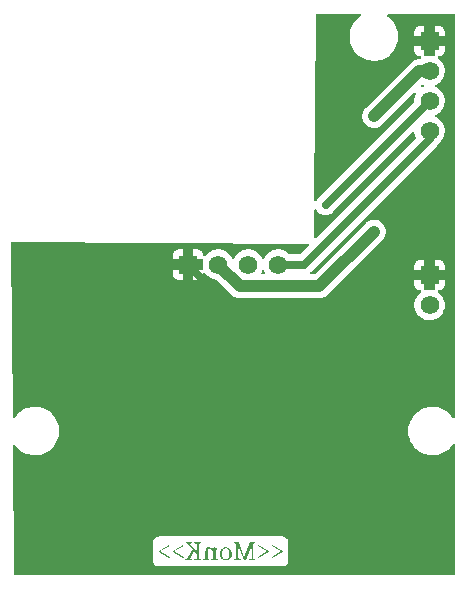
<source format=gbl>
G04 Layer: BottomLayer*
G04 EasyEDA v6.5.51, 2025-12-10 14:07:42*
G04 f7da798ecd6947b8b5cd26341a0ba6d3,f920225d1fc94cab822a7ee7b834fcf3,10*
G04 Gerber Generator version 0.2*
G04 Scale: 100 percent, Rotated: No, Reflected: No *
G04 Dimensions in millimeters *
G04 leading zeros omitted , absolute positions ,4 integer and 5 decimal *
%FSLAX45Y45*%
%MOMM*%

%AMMACRO1*21,1,$1,$2,0,0,$3*%
%ADD10C,1.0000*%
%ADD11C,0.7000*%
%ADD12MACRO1,1.5748X1.5748X-90.0000*%
%ADD13C,1.5748*%
%ADD14MACRO1,1.5748X1.5748X0.0000*%
%ADD15R,1.5748X1.5748*%
%ADD16R,0.0146X1.5748*%
%ADD17C,0.7000*%

%LPD*%
G36*
X3596436Y-647141D02*
G01*
X3592525Y-646430D01*
X3589172Y-644245D01*
X3586886Y-640943D01*
X3586073Y-637032D01*
X3586835Y-633120D01*
X3589070Y-629767D01*
X3591712Y-627126D01*
X3595268Y-624789D01*
X3599484Y-624179D01*
X3603548Y-625246D01*
X3608120Y-628396D01*
X3610051Y-631647D01*
X3610610Y-635406D01*
X3609797Y-639114D01*
X3607663Y-642264D01*
X3604564Y-644398D01*
X3600348Y-646277D01*
G37*

%LPD*%
G36*
X2690520Y-1923237D02*
G01*
X2686659Y-1922424D01*
X2683357Y-1920239D01*
X2681173Y-1916887D01*
X2680411Y-1913026D01*
X2681884Y-1686306D01*
X2682849Y-1682038D01*
X2685542Y-1678533D01*
X2689504Y-1676552D01*
X2693873Y-1676400D01*
X2697937Y-1678076D01*
X2700883Y-1681327D01*
X2705150Y-1688846D01*
X2708605Y-1693824D01*
X2712415Y-1698548D01*
X2716580Y-1703019D01*
X2721051Y-1707184D01*
X2725775Y-1710994D01*
X2730804Y-1714500D01*
X2736037Y-1717598D01*
X2741523Y-1720342D01*
X2747162Y-1722678D01*
X2752953Y-1724609D01*
X2758846Y-1726133D01*
X2764840Y-1727200D01*
X2770936Y-1727860D01*
X2777032Y-1728063D01*
X2783128Y-1727860D01*
X2789224Y-1727200D01*
X2795219Y-1726133D01*
X2801112Y-1724609D01*
X2806903Y-1722678D01*
X2812542Y-1720342D01*
X2818028Y-1717598D01*
X2823260Y-1714500D01*
X2828290Y-1710994D01*
X2833014Y-1707184D01*
X2837637Y-1702917D01*
X3512565Y-1027937D01*
X3516325Y-1025601D01*
X3520744Y-1025042D01*
X3524961Y-1026414D01*
X3528212Y-1029512D01*
X3529787Y-1033627D01*
X3531158Y-1042619D01*
X3535172Y-1057402D01*
X3539998Y-1069238D01*
X3540709Y-1073099D01*
X3539947Y-1076960D01*
X3537762Y-1080262D01*
X2697734Y-1920239D01*
X2694432Y-1922475D01*
G37*

%LPD*%
G36*
X2238756Y-2230628D02*
G01*
X2234590Y-2229713D01*
X2231136Y-2227224D01*
X2229053Y-2223516D01*
X2228646Y-2219299D01*
X2229967Y-2215286D01*
X2235860Y-2205329D01*
X2238502Y-2199335D01*
X2240635Y-2196236D01*
X2243785Y-2194102D01*
X2247493Y-2193290D01*
X2251252Y-2193848D01*
X2254504Y-2195779D01*
X2256840Y-2198776D01*
X2263648Y-2212035D01*
X2265476Y-2214778D01*
X2267102Y-2218842D01*
X2266848Y-2223160D01*
X2264765Y-2227021D01*
X2261311Y-2229662D01*
X2257044Y-2230628D01*
G37*

%LPD*%
G36*
X150063Y-4774692D02*
G01*
X146202Y-4773930D01*
X142900Y-4771745D01*
X140665Y-4768494D01*
X139903Y-4764633D01*
X130302Y-3678936D01*
X131165Y-3674668D01*
X133705Y-3671214D01*
X137515Y-3669131D01*
X141782Y-3668776D01*
X145846Y-3670249D01*
X148945Y-3673246D01*
X151231Y-3676802D01*
X163677Y-3692245D01*
X177546Y-3706469D01*
X192735Y-3719271D01*
X209092Y-3730548D01*
X226415Y-3740200D01*
X244652Y-3748125D01*
X263499Y-3754272D01*
X282905Y-3758539D01*
X302615Y-3760978D01*
X322478Y-3761435D01*
X342290Y-3760012D01*
X361848Y-3756660D01*
X381000Y-3751427D01*
X399592Y-3744417D01*
X417372Y-3735578D01*
X434238Y-3725113D01*
X450037Y-3713073D01*
X464566Y-3699560D01*
X477723Y-3684676D01*
X489407Y-3668623D01*
X499465Y-3651504D01*
X507847Y-3633470D01*
X514400Y-3614775D01*
X519176Y-3595471D01*
X522020Y-3575812D01*
X522985Y-3556000D01*
X522020Y-3536187D01*
X519176Y-3516528D01*
X514400Y-3497224D01*
X507847Y-3478529D01*
X499465Y-3460496D01*
X489407Y-3443376D01*
X477723Y-3427323D01*
X464566Y-3412439D01*
X450037Y-3398926D01*
X434238Y-3386886D01*
X417372Y-3376422D01*
X399592Y-3367582D01*
X381000Y-3360572D01*
X361848Y-3355340D01*
X342290Y-3351987D01*
X322478Y-3350564D01*
X302615Y-3351022D01*
X282905Y-3353460D01*
X263499Y-3357727D01*
X244652Y-3363874D01*
X226415Y-3371799D01*
X209092Y-3381451D01*
X192735Y-3392728D01*
X177546Y-3405530D01*
X163677Y-3419754D01*
X151231Y-3435197D01*
X146812Y-3442004D01*
X143764Y-3445001D01*
X139700Y-3446526D01*
X135432Y-3446170D01*
X131673Y-3444138D01*
X129082Y-3440734D01*
X128117Y-3436518D01*
X115112Y-1966722D01*
X115874Y-1962810D01*
X118110Y-1959457D01*
X121412Y-1957273D01*
X125323Y-1956511D01*
X2624683Y-1968855D01*
X2628544Y-1969668D01*
X2631795Y-1971852D01*
X2634030Y-1975154D01*
X2634792Y-1979015D01*
X2633980Y-1982927D01*
X2631795Y-1986229D01*
X2560167Y-2057806D01*
X2556865Y-2060041D01*
X2553004Y-2060803D01*
X2475992Y-2060803D01*
X2472029Y-2059990D01*
X2468676Y-2057704D01*
X2462123Y-2050948D01*
X2450236Y-2041296D01*
X2437282Y-2033117D01*
X2423464Y-2026564D01*
X2408986Y-2021636D01*
X2394000Y-2018487D01*
X2378710Y-2017115D01*
X2363419Y-2017572D01*
X2348280Y-2019858D01*
X2333498Y-2023872D01*
X2319324Y-2029612D01*
X2305913Y-2037029D01*
X2293467Y-2045970D01*
X2282190Y-2056282D01*
X2272182Y-2067864D01*
X2263648Y-2080564D01*
X2256840Y-2093823D01*
X2254504Y-2096820D01*
X2251252Y-2098751D01*
X2247493Y-2099310D01*
X2243785Y-2098497D01*
X2240635Y-2096363D01*
X2238502Y-2093264D01*
X2235860Y-2087270D01*
X2228088Y-2074113D01*
X2218791Y-2061921D01*
X2208123Y-2050948D01*
X2196236Y-2041296D01*
X2183282Y-2033117D01*
X2169464Y-2026564D01*
X2154986Y-2021636D01*
X2140000Y-2018487D01*
X2124710Y-2017115D01*
X2109419Y-2017572D01*
X2094280Y-2019858D01*
X2079498Y-2023872D01*
X2065324Y-2029612D01*
X2051913Y-2037029D01*
X2039467Y-2045970D01*
X2028189Y-2056282D01*
X2018182Y-2067864D01*
X2009648Y-2080564D01*
X2002840Y-2093823D01*
X2000504Y-2096820D01*
X1997252Y-2098751D01*
X1993493Y-2099310D01*
X1989785Y-2098497D01*
X1986635Y-2096363D01*
X1984502Y-2093264D01*
X1981860Y-2087270D01*
X1974088Y-2074113D01*
X1964791Y-2061921D01*
X1954123Y-2050948D01*
X1942236Y-2041296D01*
X1929282Y-2033117D01*
X1915464Y-2026564D01*
X1900986Y-2021636D01*
X1886000Y-2018487D01*
X1870710Y-2017115D01*
X1855419Y-2017572D01*
X1840280Y-2019858D01*
X1825498Y-2023872D01*
X1811324Y-2029612D01*
X1797913Y-2037029D01*
X1785467Y-2045970D01*
X1774189Y-2056282D01*
X1764182Y-2067864D01*
X1760728Y-2073046D01*
X1757730Y-2075942D01*
X1753870Y-2077364D01*
X1749755Y-2077212D01*
X1746046Y-2075383D01*
X1743354Y-2072182D01*
X1742186Y-2068220D01*
X1741322Y-2058771D01*
X1739087Y-2050288D01*
X1735328Y-2042312D01*
X1730298Y-2035098D01*
X1724101Y-2028901D01*
X1716887Y-2023872D01*
X1708912Y-2020112D01*
X1700428Y-2017877D01*
X1691182Y-2017064D01*
X1658620Y-2017064D01*
X1658620Y-2100580D01*
X1732330Y-2100580D01*
X1735937Y-2101240D01*
X1739036Y-2103120D01*
X1741322Y-2106015D01*
X1742389Y-2109470D01*
X1742186Y-2113127D01*
X1739696Y-2123440D01*
X1737918Y-2138629D01*
X1737918Y-2153970D01*
X1739696Y-2169160D01*
X1742186Y-2179472D01*
X1742389Y-2183130D01*
X1741322Y-2186584D01*
X1739036Y-2189480D01*
X1735937Y-2191359D01*
X1732330Y-2192020D01*
X1658620Y-2192020D01*
X1658620Y-2275535D01*
X1691182Y-2275535D01*
X1700428Y-2274722D01*
X1708912Y-2272487D01*
X1716887Y-2268728D01*
X1724101Y-2263698D01*
X1730298Y-2257501D01*
X1735328Y-2250287D01*
X1739087Y-2242312D01*
X1741322Y-2233828D01*
X1742186Y-2224379D01*
X1743354Y-2220417D01*
X1746046Y-2217216D01*
X1749755Y-2215388D01*
X1753870Y-2215235D01*
X1757730Y-2216658D01*
X1760728Y-2219553D01*
X1764182Y-2224735D01*
X1774189Y-2236317D01*
X1785467Y-2246630D01*
X1797913Y-2255570D01*
X1811324Y-2262987D01*
X1825498Y-2268728D01*
X1840280Y-2272741D01*
X1849831Y-2274163D01*
X1852879Y-2275179D01*
X1855520Y-2277059D01*
X1980387Y-2401925D01*
X1990547Y-2410815D01*
X2001469Y-2418130D01*
X2013254Y-2423972D01*
X2025700Y-2428189D01*
X2038604Y-2430729D01*
X2052066Y-2431643D01*
X2723134Y-2431643D01*
X2736596Y-2430729D01*
X2749499Y-2428189D01*
X2761945Y-2423972D01*
X2773730Y-2418130D01*
X2784652Y-2410815D01*
X2794812Y-2401925D01*
X3258515Y-1938223D01*
X3267456Y-1928063D01*
X3274161Y-1918157D01*
X3280206Y-1906117D01*
X3284626Y-1893468D01*
X3287268Y-1880311D01*
X3288182Y-1866900D01*
X3287318Y-1853793D01*
X3284778Y-1840890D01*
X3280511Y-1828444D01*
X3274720Y-1816709D01*
X3266541Y-1804619D01*
X3257550Y-1794662D01*
X3247288Y-1786026D01*
X3235960Y-1778762D01*
X3224022Y-1773174D01*
X3211169Y-1769160D01*
X3200654Y-1767230D01*
X3197910Y-1766925D01*
X3187547Y-1766417D01*
X3184499Y-1766468D01*
X3174441Y-1767281D01*
X3171139Y-1767789D01*
X3161538Y-1769872D01*
X3158032Y-1770888D01*
X3149142Y-1774088D01*
X3145485Y-1775663D01*
X3137357Y-1779930D01*
X3133699Y-1782114D01*
X3126435Y-1787245D01*
X3122879Y-1790090D01*
X3116478Y-1795983D01*
X2684830Y-2227630D01*
X2681528Y-2229815D01*
X2677668Y-2230628D01*
X2652979Y-2230628D01*
X2648915Y-2229764D01*
X2645562Y-2227376D01*
X2643428Y-2223820D01*
X2642870Y-2219706D01*
X2643987Y-2215743D01*
X2646629Y-2212543D01*
X2653233Y-2206650D01*
X3717950Y-1141933D01*
X3722217Y-1137310D01*
X3726027Y-1132586D01*
X3729431Y-1127709D01*
X3731666Y-1123899D01*
X3735578Y-1119124D01*
X3747617Y-1108710D01*
X3757929Y-1097432D01*
X3766870Y-1084986D01*
X3774287Y-1071575D01*
X3780028Y-1057402D01*
X3784041Y-1042619D01*
X3786327Y-1027480D01*
X3786784Y-1012190D01*
X3785412Y-996899D01*
X3782263Y-981913D01*
X3777335Y-967435D01*
X3770782Y-953617D01*
X3762603Y-940663D01*
X3752951Y-928776D01*
X3741978Y-918108D01*
X3729786Y-908812D01*
X3716629Y-901039D01*
X3710635Y-898398D01*
X3707536Y-896264D01*
X3705402Y-893114D01*
X3704590Y-889406D01*
X3705148Y-885647D01*
X3707079Y-882396D01*
X3710076Y-880059D01*
X3723335Y-873252D01*
X3736035Y-864717D01*
X3747617Y-854710D01*
X3757929Y-843432D01*
X3766870Y-830986D01*
X3774287Y-817575D01*
X3780028Y-803402D01*
X3784041Y-788619D01*
X3786327Y-773480D01*
X3786784Y-758190D01*
X3785412Y-742899D01*
X3782263Y-727913D01*
X3777335Y-713435D01*
X3770782Y-699617D01*
X3762603Y-686663D01*
X3752951Y-674776D01*
X3741978Y-664108D01*
X3729786Y-654812D01*
X3716629Y-647039D01*
X3710635Y-644398D01*
X3707536Y-642264D01*
X3705402Y-639114D01*
X3704590Y-635406D01*
X3705148Y-631647D01*
X3707079Y-628396D01*
X3710076Y-626059D01*
X3723335Y-619252D01*
X3736035Y-610717D01*
X3747617Y-600710D01*
X3757929Y-589432D01*
X3766870Y-576986D01*
X3774287Y-563575D01*
X3780028Y-549402D01*
X3784041Y-534619D01*
X3786327Y-519480D01*
X3786784Y-504190D01*
X3785412Y-488899D01*
X3782263Y-473913D01*
X3777335Y-459435D01*
X3770782Y-445617D01*
X3762603Y-432663D01*
X3752951Y-420776D01*
X3741978Y-410108D01*
X3730599Y-401421D01*
X3727958Y-398424D01*
X3726687Y-394563D01*
X3727043Y-390550D01*
X3728923Y-386943D01*
X3732022Y-384403D01*
X3735882Y-383235D01*
X3745128Y-382422D01*
X3753612Y-380187D01*
X3761587Y-376428D01*
X3768801Y-371398D01*
X3774998Y-365201D01*
X3780028Y-357987D01*
X3783787Y-350012D01*
X3786022Y-341528D01*
X3786835Y-332282D01*
X3786835Y-299720D01*
X3703320Y-299720D01*
X3703320Y-373329D01*
X3702608Y-377037D01*
X3700627Y-380238D01*
X3697579Y-382473D01*
X3693922Y-383489D01*
X3690213Y-383082D01*
X3687978Y-382371D01*
X3672890Y-379679D01*
X3657600Y-378764D01*
X3642309Y-379679D01*
X3627221Y-382371D01*
X3624986Y-383082D01*
X3621278Y-383489D01*
X3617620Y-382473D01*
X3614572Y-380238D01*
X3612591Y-377037D01*
X3611879Y-373329D01*
X3611879Y-299720D01*
X3528364Y-299720D01*
X3528364Y-332282D01*
X3529177Y-341528D01*
X3531412Y-350012D01*
X3535172Y-357987D01*
X3540201Y-365201D01*
X3546398Y-371398D01*
X3553612Y-376428D01*
X3561587Y-380187D01*
X3570071Y-382422D01*
X3579317Y-383235D01*
X3583178Y-384403D01*
X3586276Y-386943D01*
X3588156Y-390550D01*
X3588512Y-394563D01*
X3587242Y-398424D01*
X3584600Y-401421D01*
X3579368Y-405384D01*
X3576472Y-406958D01*
X3573221Y-407517D01*
X3569055Y-407517D01*
X3555593Y-408381D01*
X3542690Y-410921D01*
X3530244Y-415188D01*
X3518458Y-420979D01*
X3507536Y-428294D01*
X3497376Y-437184D01*
X3116732Y-817829D01*
X3113227Y-821537D01*
X3107944Y-827887D01*
X3104896Y-832053D01*
X3100628Y-838809D01*
X3098038Y-843635D01*
X3094837Y-850595D01*
X3092754Y-855980D01*
X3090621Y-862990D01*
X3089198Y-868984D01*
X3088081Y-875893D01*
X3087420Y-882294D01*
X3087217Y-889000D01*
X3087420Y-895705D01*
X3088081Y-902106D01*
X3089198Y-909015D01*
X3090621Y-915009D01*
X3092754Y-922019D01*
X3094837Y-927404D01*
X3098038Y-934364D01*
X3100628Y-939190D01*
X3104896Y-945946D01*
X3107944Y-950112D01*
X3113227Y-956462D01*
X3116580Y-960018D01*
X3122879Y-965809D01*
X3126435Y-968654D01*
X3133699Y-973785D01*
X3137357Y-975969D01*
X3145485Y-980236D01*
X3149142Y-981811D01*
X3158032Y-985012D01*
X3161538Y-986028D01*
X3171139Y-988110D01*
X3174441Y-988618D01*
X3184499Y-989431D01*
X3187547Y-989482D01*
X3197910Y-988974D01*
X3200654Y-988669D01*
X3211169Y-986739D01*
X3213455Y-986129D01*
X3226155Y-981862D01*
X3237941Y-976020D01*
X3248863Y-968705D01*
X3259023Y-959815D01*
X3525621Y-693216D01*
X3528974Y-690981D01*
X3532936Y-690270D01*
X3536899Y-691134D01*
X3540201Y-693470D01*
X3542334Y-696874D01*
X3542944Y-700887D01*
X3541979Y-704799D01*
X3537864Y-713435D01*
X3532936Y-727913D01*
X3529787Y-742899D01*
X3528415Y-758190D01*
X3528669Y-765505D01*
X3527907Y-769569D01*
X3525672Y-773023D01*
X2716682Y-1581962D01*
X2712415Y-1586585D01*
X2708605Y-1591310D01*
X2705150Y-1596288D01*
X2701391Y-1602689D01*
X2698445Y-1605940D01*
X2694330Y-1607616D01*
X2689961Y-1607413D01*
X2686050Y-1605330D01*
X2683408Y-1601825D01*
X2682443Y-1597507D01*
X2692654Y-36017D01*
X2693466Y-32156D01*
X2695651Y-28854D01*
X2698953Y-26670D01*
X2702814Y-25908D01*
X3069031Y-25908D01*
X3073196Y-26822D01*
X3076600Y-29311D01*
X3078734Y-33070D01*
X3079089Y-37287D01*
X3077718Y-41300D01*
X3074771Y-44450D01*
X3062935Y-52628D01*
X3047746Y-65430D01*
X3033877Y-79654D01*
X3021431Y-95097D01*
X3010560Y-111709D01*
X3001314Y-129285D01*
X2993847Y-147675D01*
X2988157Y-166725D01*
X2984347Y-186232D01*
X2982468Y-205994D01*
X2982468Y-225806D01*
X2984347Y-245567D01*
X2988157Y-265074D01*
X2993847Y-284124D01*
X3001314Y-302514D01*
X3010560Y-320090D01*
X3021431Y-336702D01*
X3033877Y-352145D01*
X3047746Y-366369D01*
X3062935Y-379171D01*
X3079292Y-390448D01*
X3096615Y-400100D01*
X3114852Y-408025D01*
X3133699Y-414172D01*
X3153105Y-418439D01*
X3172815Y-420878D01*
X3192678Y-421335D01*
X3212490Y-419912D01*
X3232048Y-416559D01*
X3251200Y-411327D01*
X3269792Y-404317D01*
X3287572Y-395478D01*
X3304438Y-385013D01*
X3320237Y-372973D01*
X3334765Y-359460D01*
X3347923Y-344576D01*
X3359607Y-328523D01*
X3369665Y-311404D01*
X3378047Y-293370D01*
X3384600Y-274675D01*
X3389376Y-255371D01*
X3392220Y-235712D01*
X3393186Y-215900D01*
X3392220Y-196088D01*
X3389376Y-176428D01*
X3384600Y-157124D01*
X3378047Y-138430D01*
X3369665Y-120396D01*
X3359607Y-103276D01*
X3347923Y-87223D01*
X3334765Y-72339D01*
X3320237Y-58826D01*
X3304438Y-46786D01*
X3301085Y-44704D01*
X3297986Y-41656D01*
X3296412Y-37592D01*
X3296665Y-33274D01*
X3298748Y-29464D01*
X3302203Y-26822D01*
X3306470Y-25908D01*
X3862832Y-25908D01*
X3866743Y-26670D01*
X3869994Y-28905D01*
X3872229Y-32156D01*
X3872992Y-36068D01*
X3872992Y-3437026D01*
X3872128Y-3441141D01*
X3869639Y-3444595D01*
X3865981Y-3446678D01*
X3861765Y-3447135D01*
X3857751Y-3445814D01*
X3854602Y-3443020D01*
X3843223Y-3427323D01*
X3830065Y-3412439D01*
X3815537Y-3398926D01*
X3799738Y-3386886D01*
X3782872Y-3376422D01*
X3765092Y-3367582D01*
X3746500Y-3360572D01*
X3727348Y-3355340D01*
X3707790Y-3351987D01*
X3687978Y-3350564D01*
X3668115Y-3351022D01*
X3648405Y-3353460D01*
X3628999Y-3357727D01*
X3610152Y-3363874D01*
X3591915Y-3371799D01*
X3574592Y-3381451D01*
X3558235Y-3392728D01*
X3543046Y-3405530D01*
X3529177Y-3419754D01*
X3516731Y-3435197D01*
X3505860Y-3451809D01*
X3496614Y-3469386D01*
X3489147Y-3487775D01*
X3483457Y-3506825D01*
X3479647Y-3526332D01*
X3477768Y-3546094D01*
X3477768Y-3565906D01*
X3479647Y-3585667D01*
X3483457Y-3605174D01*
X3489147Y-3624224D01*
X3496614Y-3642614D01*
X3505860Y-3660190D01*
X3516731Y-3676802D01*
X3529177Y-3692245D01*
X3543046Y-3706469D01*
X3558235Y-3719271D01*
X3574592Y-3730548D01*
X3591915Y-3740200D01*
X3610152Y-3748125D01*
X3628999Y-3754272D01*
X3648405Y-3758539D01*
X3668115Y-3760978D01*
X3687978Y-3761435D01*
X3707790Y-3760012D01*
X3727348Y-3756660D01*
X3746500Y-3751427D01*
X3765092Y-3744417D01*
X3782872Y-3735578D01*
X3799738Y-3725113D01*
X3815537Y-3713073D01*
X3830065Y-3699560D01*
X3843223Y-3684676D01*
X3854602Y-3668979D01*
X3857751Y-3666185D01*
X3861765Y-3664864D01*
X3865981Y-3665321D01*
X3869639Y-3667404D01*
X3872128Y-3670858D01*
X3872992Y-3674973D01*
X3872992Y-4764532D01*
X3872229Y-4768443D01*
X3869994Y-4771694D01*
X3866743Y-4773930D01*
X3862832Y-4774692D01*
G37*

%LPC*%
G36*
X1365199Y-4701489D02*
G01*
X2412542Y-4701489D01*
X2421788Y-4700676D01*
X2430272Y-4698441D01*
X2438247Y-4694682D01*
X2445461Y-4689652D01*
X2451658Y-4683455D01*
X2456688Y-4676241D01*
X2460447Y-4668266D01*
X2462682Y-4659782D01*
X2463495Y-4650536D01*
X2463495Y-4499813D01*
X2462682Y-4490567D01*
X2460447Y-4482084D01*
X2456688Y-4474108D01*
X2451658Y-4466894D01*
X2445461Y-4460697D01*
X2438247Y-4455668D01*
X2430272Y-4451908D01*
X2421788Y-4449673D01*
X2412542Y-4448860D01*
X1365199Y-4448860D01*
X1355953Y-4449673D01*
X1347470Y-4451908D01*
X1339494Y-4455668D01*
X1332280Y-4460697D01*
X1326083Y-4466894D01*
X1321054Y-4474108D01*
X1317294Y-4482084D01*
X1315059Y-4490567D01*
X1314246Y-4499813D01*
X1314246Y-4650536D01*
X1315059Y-4659782D01*
X1317294Y-4668266D01*
X1321054Y-4676241D01*
X1326083Y-4683455D01*
X1332280Y-4689652D01*
X1339494Y-4694682D01*
X1347470Y-4698441D01*
X1355953Y-4700676D01*
G37*
G36*
X3653790Y-2618384D02*
G01*
X3669080Y-2617927D01*
X3684219Y-2615641D01*
X3699001Y-2611628D01*
X3713175Y-2605887D01*
X3726586Y-2598470D01*
X3739032Y-2589530D01*
X3750310Y-2579217D01*
X3760317Y-2567635D01*
X3768851Y-2554935D01*
X3775862Y-2541320D01*
X3781196Y-2526944D01*
X3784803Y-2512060D01*
X3786581Y-2496870D01*
X3786581Y-2481529D01*
X3784803Y-2466340D01*
X3781196Y-2451455D01*
X3775862Y-2437079D01*
X3768851Y-2423464D01*
X3760317Y-2410764D01*
X3750310Y-2399182D01*
X3739032Y-2388870D01*
X3730650Y-2382824D01*
X3727856Y-2379827D01*
X3726535Y-2375966D01*
X3726789Y-2371902D01*
X3728618Y-2368245D01*
X3731768Y-2365654D01*
X3735679Y-2364486D01*
X3745128Y-2363622D01*
X3753612Y-2361387D01*
X3761587Y-2357628D01*
X3768801Y-2352598D01*
X3774998Y-2346401D01*
X3780028Y-2339187D01*
X3783787Y-2331212D01*
X3786022Y-2322728D01*
X3786835Y-2313482D01*
X3786835Y-2280920D01*
X3703320Y-2280920D01*
X3703320Y-2354630D01*
X3702659Y-2358288D01*
X3700678Y-2361488D01*
X3697732Y-2363724D01*
X3694176Y-2364740D01*
X3690467Y-2364435D01*
X3684219Y-2362758D01*
X3669080Y-2360472D01*
X3653790Y-2360015D01*
X3638499Y-2361387D01*
X3624122Y-2364435D01*
X3619652Y-2364333D01*
X3615639Y-2362352D01*
X3612845Y-2358847D01*
X3611879Y-2354478D01*
X3611879Y-2280920D01*
X3528364Y-2280920D01*
X3528364Y-2313482D01*
X3529177Y-2322728D01*
X3531412Y-2331212D01*
X3535172Y-2339187D01*
X3540201Y-2346401D01*
X3546398Y-2352598D01*
X3553612Y-2357628D01*
X3561587Y-2361387D01*
X3570071Y-2363622D01*
X3579368Y-2364435D01*
X3583381Y-2365654D01*
X3586530Y-2368397D01*
X3588359Y-2372156D01*
X3588461Y-2376373D01*
X3586886Y-2380234D01*
X3583889Y-2383180D01*
X3582263Y-2384196D01*
X3570376Y-2393848D01*
X3559708Y-2404821D01*
X3550412Y-2417013D01*
X3542639Y-2430170D01*
X3536442Y-2444191D01*
X3531971Y-2458821D01*
X3529279Y-2473909D01*
X3528364Y-2489200D01*
X3529279Y-2504490D01*
X3531971Y-2519578D01*
X3536442Y-2534208D01*
X3542639Y-2548229D01*
X3550412Y-2561386D01*
X3559708Y-2573578D01*
X3570376Y-2584551D01*
X3582263Y-2594203D01*
X3595217Y-2602382D01*
X3609035Y-2608935D01*
X3623513Y-2613863D01*
X3638499Y-2617012D01*
G37*
G36*
X1534617Y-2275535D02*
G01*
X1567180Y-2275535D01*
X1567180Y-2192020D01*
X1483664Y-2192020D01*
X1483664Y-2224582D01*
X1484477Y-2233828D01*
X1486712Y-2242312D01*
X1490472Y-2250287D01*
X1495501Y-2257501D01*
X1501698Y-2263698D01*
X1508912Y-2268728D01*
X1516888Y-2272487D01*
X1525371Y-2274722D01*
G37*
G36*
X3528364Y-2189480D02*
G01*
X3611879Y-2189480D01*
X3611879Y-2105964D01*
X3579317Y-2105964D01*
X3570071Y-2106777D01*
X3561587Y-2109012D01*
X3553612Y-2112772D01*
X3546398Y-2117801D01*
X3540201Y-2123998D01*
X3535172Y-2131212D01*
X3531412Y-2139188D01*
X3529177Y-2147671D01*
X3528364Y-2156917D01*
G37*
G36*
X3703320Y-2189480D02*
G01*
X3786835Y-2189480D01*
X3786835Y-2156917D01*
X3786022Y-2147671D01*
X3783787Y-2139188D01*
X3780028Y-2131212D01*
X3774998Y-2123998D01*
X3768801Y-2117801D01*
X3761587Y-2112772D01*
X3753612Y-2109012D01*
X3745128Y-2106777D01*
X3735882Y-2105964D01*
X3703320Y-2105964D01*
G37*
G36*
X1483664Y-2100580D02*
G01*
X1567180Y-2100580D01*
X1567180Y-2017064D01*
X1534617Y-2017064D01*
X1525371Y-2017877D01*
X1516888Y-2020112D01*
X1508912Y-2023872D01*
X1501698Y-2028901D01*
X1495501Y-2035098D01*
X1490472Y-2042312D01*
X1486712Y-2050288D01*
X1484477Y-2058771D01*
X1483664Y-2068017D01*
G37*
G36*
X3528364Y-208279D02*
G01*
X3611879Y-208279D01*
X3611879Y-124764D01*
X3579317Y-124764D01*
X3570071Y-125577D01*
X3561587Y-127812D01*
X3553612Y-131572D01*
X3546398Y-136601D01*
X3540201Y-142798D01*
X3535172Y-150012D01*
X3531412Y-157988D01*
X3529177Y-166471D01*
X3528364Y-175717D01*
G37*
G36*
X3703320Y-208279D02*
G01*
X3786835Y-208279D01*
X3786835Y-175717D01*
X3786022Y-166471D01*
X3783787Y-157988D01*
X3780028Y-150012D01*
X3774998Y-142798D01*
X3768801Y-136601D01*
X3761587Y-131572D01*
X3753612Y-127812D01*
X3745128Y-125577D01*
X3735882Y-124764D01*
X3703320Y-124764D01*
G37*

%LPD*%
G36*
X1999234Y-4499356D02*
G01*
X1999234Y-4506976D01*
X2019807Y-4509262D01*
X2020265Y-4538573D01*
X2020214Y-4616094D01*
X2019807Y-4638294D01*
X1999488Y-4640580D01*
X1999488Y-4648200D01*
X2059939Y-4648200D01*
X2059939Y-4640580D01*
X2040636Y-4638294D01*
X2040229Y-4616500D01*
X2040128Y-4520184D01*
X2090166Y-4648200D01*
X2099818Y-4648200D01*
X2151888Y-4520692D01*
X2150618Y-4567174D01*
X2150618Y-4637532D01*
X2131314Y-4640580D01*
X2131314Y-4648200D01*
X2181098Y-4648200D01*
X2181098Y-4640580D01*
X2161032Y-4637532D01*
X2160778Y-4509516D01*
X2181098Y-4506976D01*
X2181098Y-4499356D01*
X2140458Y-4499356D01*
X2090166Y-4622800D01*
X2042160Y-4499356D01*
G37*
G36*
X1593088Y-4499356D02*
G01*
X1593088Y-4506976D01*
X1614170Y-4509516D01*
X1652016Y-4555490D01*
X1605788Y-4638548D01*
X1588516Y-4640580D01*
X1588516Y-4648200D01*
X1645666Y-4648200D01*
X1645666Y-4640580D01*
X1627124Y-4638294D01*
X1663954Y-4569968D01*
X1686052Y-4596638D01*
X1685950Y-4621733D01*
X1685543Y-4638040D01*
X1664716Y-4640580D01*
X1664716Y-4648200D01*
X1726946Y-4648200D01*
X1726946Y-4640580D01*
X1706118Y-4638294D01*
X1705914Y-4608931D01*
X1705914Y-4531309D01*
X1706118Y-4509262D01*
X1726946Y-4506976D01*
X1726946Y-4499356D01*
X1664462Y-4499356D01*
X1664462Y-4506976D01*
X1685543Y-4509262D01*
X1686001Y-4538573D01*
X1686052Y-4583684D01*
X1626362Y-4510024D01*
X1643888Y-4506976D01*
X1643888Y-4499356D01*
G37*
G36*
X2326386Y-4520184D02*
G01*
X2320544Y-4529836D01*
X2400554Y-4574540D01*
X2320544Y-4619752D01*
X2326386Y-4629404D01*
X2413000Y-4578858D01*
X2413000Y-4570476D01*
G37*
G36*
X2208276Y-4520184D02*
G01*
X2202688Y-4529836D01*
X2282444Y-4574540D01*
X2202688Y-4619752D01*
X2208276Y-4629404D01*
X2295144Y-4578858D01*
X2295144Y-4570476D01*
G37*
G36*
X1569720Y-4520184D02*
G01*
X1482852Y-4570476D01*
X1482852Y-4578858D01*
X1569720Y-4629404D01*
X1575054Y-4619752D01*
X1495552Y-4574540D01*
X1575054Y-4529836D01*
G37*
G36*
X1451610Y-4520184D02*
G01*
X1364742Y-4570476D01*
X1364742Y-4578858D01*
X1451610Y-4629404D01*
X1456944Y-4619752D01*
X1377442Y-4574540D01*
X1456944Y-4529836D01*
G37*
G36*
X1932939Y-4539742D02*
G01*
X1928114Y-4539945D01*
X1923288Y-4540656D01*
X1918563Y-4541723D01*
X1913991Y-4543298D01*
X1909572Y-4545279D01*
X1905304Y-4547717D01*
X1901291Y-4550613D01*
X1897583Y-4553915D01*
X1894128Y-4557623D01*
X1891030Y-4561840D01*
X1888337Y-4566412D01*
X1886000Y-4571441D01*
X1884172Y-4576927D01*
X1882749Y-4582820D01*
X1881936Y-4589119D01*
X1881632Y-4595876D01*
X1902206Y-4595876D01*
X1902460Y-4588408D01*
X1903120Y-4581601D01*
X1904288Y-4575352D01*
X1905863Y-4569714D01*
X1907895Y-4564735D01*
X1910334Y-4560366D01*
X1913178Y-4556658D01*
X1916379Y-4553610D01*
X1919986Y-4551222D01*
X1923948Y-4549495D01*
X1928266Y-4548479D01*
X1932939Y-4548124D01*
X1937664Y-4548479D01*
X1941982Y-4549495D01*
X1945995Y-4551222D01*
X1949602Y-4553610D01*
X1952802Y-4556658D01*
X1955647Y-4560366D01*
X1958035Y-4564735D01*
X1960067Y-4569714D01*
X1961642Y-4575352D01*
X1962759Y-4581601D01*
X1963420Y-4588408D01*
X1963674Y-4595876D01*
X1963420Y-4603191D01*
X1962759Y-4609896D01*
X1961642Y-4616043D01*
X1960067Y-4621530D01*
X1958035Y-4626406D01*
X1955647Y-4630674D01*
X1952802Y-4634280D01*
X1949602Y-4637278D01*
X1945995Y-4639614D01*
X1941982Y-4641291D01*
X1937664Y-4642256D01*
X1932939Y-4642612D01*
X1928266Y-4642256D01*
X1923948Y-4641291D01*
X1919986Y-4639614D01*
X1916379Y-4637278D01*
X1913178Y-4634280D01*
X1910334Y-4630674D01*
X1907895Y-4626406D01*
X1905863Y-4621530D01*
X1904288Y-4616043D01*
X1903120Y-4609896D01*
X1902460Y-4603191D01*
X1902206Y-4595876D01*
X1881632Y-4595876D01*
X1881936Y-4602530D01*
X1882749Y-4608728D01*
X1884172Y-4614519D01*
X1886000Y-4619904D01*
X1888337Y-4624882D01*
X1891030Y-4629404D01*
X1894128Y-4633468D01*
X1897583Y-4637176D01*
X1901291Y-4640376D01*
X1905304Y-4643221D01*
X1909572Y-4645558D01*
X1913991Y-4647539D01*
X1918563Y-4649063D01*
X1923288Y-4650130D01*
X1928114Y-4650790D01*
X1932939Y-4650994D01*
X1937816Y-4650790D01*
X1942642Y-4650130D01*
X1947367Y-4649063D01*
X1951939Y-4647539D01*
X1956358Y-4645558D01*
X1960575Y-4643221D01*
X1964588Y-4640376D01*
X1968296Y-4637176D01*
X1971700Y-4633468D01*
X1974748Y-4629404D01*
X1977440Y-4624882D01*
X1979675Y-4619904D01*
X1981504Y-4614519D01*
X1982876Y-4608728D01*
X1983689Y-4602530D01*
X1983993Y-4595876D01*
X1983689Y-4589170D01*
X1982876Y-4582871D01*
X1981504Y-4577029D01*
X1979675Y-4571542D01*
X1977389Y-4566513D01*
X1974646Y-4561941D01*
X1971598Y-4557725D01*
X1968195Y-4554016D01*
X1964486Y-4550664D01*
X1960473Y-4547768D01*
X1956257Y-4545330D01*
X1951837Y-4543348D01*
X1947265Y-4541774D01*
X1942592Y-4540656D01*
X1937766Y-4539945D01*
G37*
G36*
X1788160Y-4539742D02*
G01*
X1781454Y-4540300D01*
X1775663Y-4542028D01*
X1770786Y-4544974D01*
X1766773Y-4549190D01*
X1763674Y-4554728D01*
X1761489Y-4561687D01*
X1760169Y-4570171D01*
X1759712Y-4580128D01*
X1759661Y-4610252D01*
X1759204Y-4638802D01*
X1743456Y-4641342D01*
X1743456Y-4648200D01*
X1794764Y-4648200D01*
X1794764Y-4641342D01*
X1778254Y-4638802D01*
X1778000Y-4580636D01*
X1778254Y-4573727D01*
X1779016Y-4567986D01*
X1780387Y-4563313D01*
X1782267Y-4559655D01*
X1784807Y-4556963D01*
X1787956Y-4555083D01*
X1791766Y-4554067D01*
X1796288Y-4553712D01*
X1803806Y-4554524D01*
X1811324Y-4557166D01*
X1819148Y-4561738D01*
X1827530Y-4568444D01*
X1827479Y-4610100D01*
X1827022Y-4638802D01*
X1811528Y-4641342D01*
X1811528Y-4648200D01*
X1862836Y-4648200D01*
X1862836Y-4641342D01*
X1846325Y-4638802D01*
X1846072Y-4581194D01*
X1846275Y-4567123D01*
X1846580Y-4560570D01*
X1864360Y-4558792D01*
X1864360Y-4552188D01*
X1832864Y-4539996D01*
X1829816Y-4542028D01*
X1828038Y-4560316D01*
X1823618Y-4555794D01*
X1818893Y-4551730D01*
X1814017Y-4548225D01*
X1808937Y-4545279D01*
X1803806Y-4542891D01*
X1798574Y-4541164D01*
X1793341Y-4540097D01*
G37*
D10*
X3187700Y-1866900D02*
G01*
X2723489Y-2331110D01*
X2051710Y-2331110D01*
X1866900Y-2146300D01*
X3187700Y-889000D02*
G01*
X3568700Y-508000D01*
X3657600Y-508000D01*
D11*
X3657600Y-762000D02*
G01*
X2777032Y-1642567D01*
X3657600Y-2235200D02*
G01*
X3493795Y-2235200D01*
X3493795Y-2235200D02*
G01*
X3259963Y-2469032D01*
X1935632Y-2469032D01*
X1612900Y-2146300D01*
X2374900Y-2146300D02*
G01*
X2592628Y-2146300D01*
X3657600Y-1081328D01*
X3657600Y-1016000D01*
D12*
G01*
X3657600Y-254000D03*
D13*
G01*
X3657600Y-508000D03*
G01*
X3657600Y-762000D03*
G01*
X3657600Y-1016000D03*
D14*
G01*
X3657600Y-2235200D03*
D13*
G01*
X3657600Y-2489200D03*
D15*
G01*
X1612900Y-2146300D03*
D13*
G01*
X1866900Y-2146300D03*
G01*
X2120900Y-2146300D03*
G01*
X2374900Y-2146300D03*
D10*
G01*
X3187700Y-889000D03*
G01*
X3187700Y-1866900D03*
D17*
G01*
X2777032Y-1642567D03*
M02*

</source>
